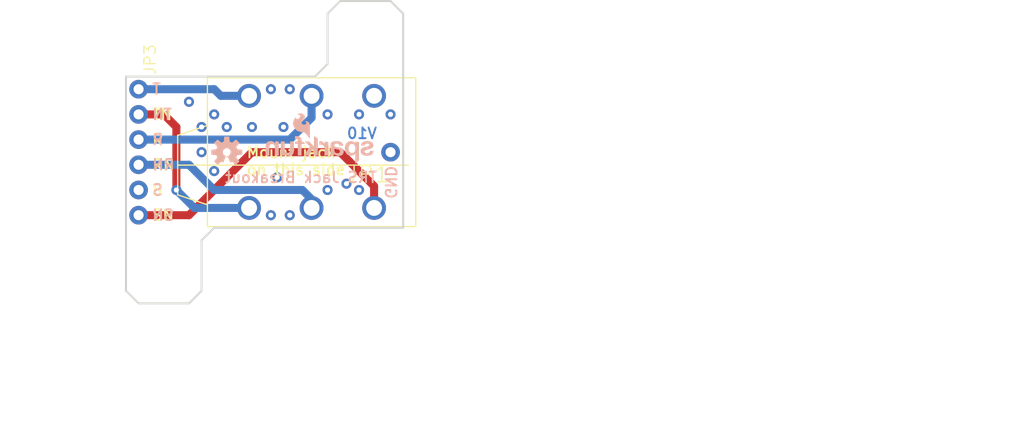
<source format=kicad_pcb>
(kicad_pcb (version 20211014) (generator pcbnew)
  (layers (0 "F.Cu" signal) (31 "B.Cu" signal) (34 "B.Paste" user) (35 "F.Paste" user) (36 "B.SilkS" user "B.Silkscreen") (37 "F.SilkS" user "F.Silkscreen") (38 "B.Mask" user) (39 "F.Mask" user) (44 "Edge.Cuts" user))
  (net 0 "")
  (net 1 "N$1")
  (net 2 "N$2")
  (net 3 "N$3")
  (net 4 "N$4")
  (net 5 "N$6")
  (net 6 "GND")
  (footprint "" (layer "F.Cu") (at 135.1661 112.8776)
    (fp_text reference "@HOLE1" hide)
    (fp_text value "" (at 0 0) (layer "F.SilkS") (effects (font (size 1.27 1.27))))
    (pad "" np_thru_hole circle (at 0 0) (size 0.381 0.381) (drill 0.381) (layers *.Cu *.Mask))
  )
  (footprint "" (layer "F.Cu") (at 161.2011 97.1296)
    (fp_text reference "@HOLE25" hide)
    (fp_text value "" (at 0 0) (layer "F.SilkS") (effects (font (size 1.27 1.27))))
    (pad "" np_thru_hole circle (at 0 0) (size 0.381 0.381) (drill 0.381) (layers *.Cu *.Mask))
  )
  (footprint "" (layer "F.Cu") (at 138.3411 112.8776)
    (fp_text reference "@HOLE9" hide)
    (fp_text value "" (at 0 0) (layer "F.SilkS") (effects (font (size 1.27 1.27))))
    (pad "" np_thru_hole circle (at 0 0) (size 0.381 0.381) (drill 0.381) (layers *.Cu *.Mask))
  )
  (footprint "" (layer "F.Cu") (at 142.1511 112.8776)
    (fp_text reference "@HOLE12" hide)
    (fp_text value "" (at 0 0) (layer "F.SilkS") (effects (font (size 1.27 1.27))))
    (pad "" np_thru_hole circle (at 0 0) (size 0.381 0.381) (drill 0.381) (layers *.Cu *.Mask))
  )
  (footprint "" (layer "F.Cu") (at 154.8511 97.1296)
    (fp_text reference "@HOLE20" hide)
    (fp_text value "" (at 0 0) (layer "F.SilkS") (effects (font (size 1.27 1.27))))
    (pad "" np_thru_hole circle (at 0 0) (size 0.381 0.381) (drill 0.381) (layers *.Cu *.Mask))
  )
  (footprint "" (layer "F.Cu") (at 157.3911 97.1296)
    (fp_text reference "@HOLE22" hide)
    (fp_text value "" (at 0 0) (layer "F.SilkS") (effects (font (size 1.27 1.27))))
    (pad "" np_thru_hole circle (at 0 0) (size 0.381 0.381) (drill 0.381) (layers *.Cu *.Mask))
  )
  (footprint "" (layer "F.Cu") (at 156.1211 97.1296)
    (fp_text reference "@HOLE21" hide)
    (fp_text value "" (at 0 0) (layer "F.SilkS") (effects (font (size 1.27 1.27))))
    (pad "" np_thru_hole circle (at 0 0) (size 0.381 0.381) (drill 0.381) (layers *.Cu *.Mask))
  )
  (footprint "boardEagle:STAND-OFF" (layer "F.Cu") (at 158.6611 93.5736)
    (fp_text reference "STANDOFF1" hide)
    (fp_text value "STAND-OFF" hide)
    (pad "" np_thru_hole circle (at 0 0) (size 3.302 3.302) (drill 3.302) (layers *.Cu *.Mask))
  )
  (footprint "" (layer "F.Cu") (at 161.8361 97.1296)
    (fp_text reference "@HOLE19" hide)
    (fp_text value "" (at 0 0) (layer "F.SilkS") (effects (font (size 1.27 1.27))))
    (pad "" np_thru_hole circle (at 0 0) (size 0.381 0.381) (drill 0.381) (layers *.Cu *.Mask))
  )
  (footprint "" (layer "F.Cu") (at 155.4861 97.1296)
    (fp_text reference "@HOLE13" hide)
    (fp_text value "" (at 0 0) (layer "F.SilkS") (effects (font (size 1.27 1.27))))
    (pad "" np_thru_hole circle (at 0 0) (size 0.381 0.381) (drill 0.381) (layers *.Cu *.Mask))
  )
  (footprint "" (layer "F.Cu") (at 159.2961 97.1296)
    (fp_text reference "@HOLE18" hide)
    (fp_text value "" (at 0 0) (layer "F.SilkS") (effects (font (size 1.27 1.27))))
    (pad "" np_thru_hole circle (at 0 0) (size 0.381 0.381) (drill 0.381) (layers *.Cu *.Mask))
  )
  (footprint "" (layer "F.Cu") (at 140.8811 112.8776)
    (fp_text reference "@HOLE11" hide)
    (fp_text value "" (at 0 0) (layer "F.SilkS") (effects (font (size 1.27 1.27))))
    (pad "" np_thru_hole circle (at 0 0) (size 0.381 0.381) (drill 0.381) (layers *.Cu *.Mask))
  )
  (footprint "" (layer "F.Cu") (at 160.5661 97.1296)
    (fp_text reference "@HOLE17" hide)
    (fp_text value "" (at 0 0) (layer "F.SilkS") (effects (font (size 1.27 1.27))))
    (pad "" np_thru_hole circle (at 0 0) (size 0.381 0.381) (drill 0.381) (layers *.Cu *.Mask))
  )
  (footprint "" (layer "F.Cu") (at 137.7061 112.8776)
    (fp_text reference "@HOLE2" hide)
    (fp_text value "" (at 0 0) (layer "F.SilkS") (effects (font (size 1.27 1.27))))
    (pad "" np_thru_hole circle (at 0 0) (size 0.381 0.381) (drill 0.381) (layers *.Cu *.Mask))
  )
  (footprint "" (layer "F.Cu") (at 141.5161 112.8776)
    (fp_text reference "@HOLE4" hide)
    (fp_text value "" (at 0 0) (layer "F.SilkS") (effects (font (size 1.27 1.27))))
    (pad "" np_thru_hole circle (at 0 0) (size 0.381 0.381) (drill 0.381) (layers *.Cu *.Mask))
  )
  (footprint "" (layer "F.Cu") (at 139.6111 112.8776)
    (fp_text reference "@HOLE10" hide)
    (fp_text value "" (at 0 0) (layer "F.SilkS") (effects (font (size 1.27 1.27))))
    (pad "" np_thru_hole circle (at 0 0) (size 0.381 0.381) (drill 0.381) (layers *.Cu *.Mask))
  )
  (footprint "boardEagle:1X01NS" (layer "F.Cu") (at 161.2011 105.0036)
    (fp_text reference "JP2" hide)
    (fp_text value "M01SMDNS" hide)
    (pad "1" thru_hole circle (at 0 0 90) (size 1.8796 1.8796) (drill 1.016) (layers *.Cu *.Mask) (net 6 "GND"))
  )
  (footprint "" (layer "F.Cu") (at 159.9311 97.1296)
    (fp_text reference "@HOLE24" hide)
    (fp_text value "" (at 0 0) (layer "F.SilkS") (effects (font (size 1.27 1.27))))
    (pad "" np_thru_hole circle (at 0 0) (size 0.381 0.381) (drill 0.381) (layers *.Cu *.Mask))
  )
  (footprint "" (layer "F.Cu") (at 154.2161 97.1296)
    (fp_text reference "@HOLE14" hide)
    (fp_text value "" (at 0 0) (layer "F.SilkS") (effects (font (size 1.27 1.27))))
    (pad "" np_thru_hole circle (at 0 0) (size 0.381 0.381) (drill 0.381) (layers *.Cu *.Mask))
  )
  (footprint "" (layer "F.Cu") (at 142.7861 112.8776)
    (fp_text reference "@HOLE6" hide)
    (fp_text value "" (at 0 0) (layer "F.SilkS") (effects (font (size 1.27 1.27))))
    (pad "" np_thru_hole circle (at 0 0) (size 0.381 0.381) (drill 0.381) (layers *.Cu *.Mask))
  )
  (footprint "" (layer "F.Cu") (at 158.6611 97.1296)
    (fp_text reference "@HOLE23" hide)
    (fp_text value "" (at 0 0) (layer "F.SilkS") (effects (font (size 1.27 1.27))))
    (pad "" np_thru_hole circle (at 0 0) (size 0.381 0.381) (drill 0.381) (layers *.Cu *.Mask))
  )
  (footprint "boardEagle:AUDIO-JACK-.25-INCH-HORIZ-PTH" (layer "F.Cu") (at 163.7411 106.2736 180)
    (fp_text reference "JP1" (at 2.54 0 180) (layer "F.SilkS") (effects (font (size 1.63576 1.63576) (thickness 0.14224)) (justify right top)))
    (fp_text value "AUDIO-JACK4-.25-HORIZ-TRS")
    (fp_line (start 21 -6.23) (end 0 -6.23) (layer "F.SilkS") (width 0.127))
    (fp_line (start 21 8.77) (end 21 3.97) (layer "F.SilkS") (width 0.127))
    (fp_line (start 21 -4.03) (end 21 -6.23) (layer "F.SilkS") (width 0.127))
    (fp_line (start 24 2.97) (end 21 3.97) (layer "F.SilkS") (width 0.127))
    (fp_line (start 24 -3.03) (end 21 -4.03) (layer "F.SilkS") (width 0.127))
    (fp_line (start 0 8.77) (end 21 8.77) (layer "F.SilkS") (width 0.127))
    (fp_line (start 0 -6.23) (end 0 8.77) (layer "F.SilkS") (width 0.127))
    (fp_line (start 21 3.97) (end 21 -4.03) (layer "F.SilkS") (width 0.127))
    (fp_line (start 0.73 -0.03) (end 24 -0.03) (layer "F.SilkS") (width 0.127))
    (fp_line (start 24 -0.03) (end 24 2.97) (layer "F.SilkS") (width 0.127))
    (fp_line (start 24 -0.03) (end 24 -3.03) (layer "F.SilkS") (width 0.127))
    (pad "" np_thru_hole circle (at 7.4 -4 180) (size 2.2 2.2) (drill 2.2) (layers *.Cu *.Mask))
    (pad "" np_thru_hole circle (at 7.4 6.6 180) (size 2.2 2.2) (drill 2.2) (layers *.Cu *.Mask))
    (pad "RING" thru_hole circle (at 10.5 6.95 180) (size 2.4 2.4) (drill 1.6) (layers *.Cu *.Mask) (net 3 "N$3"))
    (pad "RING-NORM" thru_hole circle (at 10.5 -4.35 180) (size 2.4 2.4) (drill 1.6) (layers *.Cu *.Mask) (net 4 "N$4"))
    (pad "SLEEVE" thru_hole circle (at 4.2 6.95 180) (size 2.4 2.4) (drill 1.6) (layers *.Cu *.Mask) (net 6 "GND"))
    (pad "SLEEVE-NORM" thru_hole circle (at 4.2 -4.35 180) (size 2.4 2.4) (drill 1.6) (layers *.Cu *.Mask) (net 5 "N$6"))
    (pad "TIP" thru_hole circle (at 16.8 6.95 180) (size 2.4 2.4) (drill 1.6) (layers *.Cu *.Mask) (net 1 "N$1"))
    (pad "TIP-NORM" thru_hole circle (at 16.8 -4.35 180) (size 2.4 2.4) (drill 1.6) (layers *.Cu *.Mask) (net 2 "N$2"))
  )
  (footprint "" (layer "F.Cu") (at 140.2461 112.8776)
    (fp_text reference "@HOLE5" hide)
    (fp_text value "" (at 0 0) (layer "F.SilkS") (effects (font (size 1.27 1.27))))
    (pad "" np_thru_hole circle (at 0 0) (size 0.381 0.381) (drill 0.381) (layers *.Cu *.Mask))
  )
  (footprint "boardEagle:STAND-OFF" (layer "F.Cu") (at 138.3411 116.4336)
    (fp_text reference "STANDOFF2" hide)
    (fp_text value "STAND-OFF" hide)
    (pad "" np_thru_hole circle (at 0 0) (size 3.302 3.302) (drill 3.302) (layers *.Cu *.Mask))
  )
  (footprint "" (layer "F.Cu") (at 136.4361 112.8776)
    (fp_text reference "@HOLE0" hide)
    (fp_text value "" (at 0 0) (layer "F.SilkS") (effects (font (size 1.27 1.27))))
    (pad "" np_thru_hole circle (at 0 0) (size 0.381 0.381) (drill 0.381) (layers *.Cu *.Mask))
  )
  (footprint "" (layer "F.Cu") (at 137.0711 112.8776)
    (fp_text reference "@HOLE8" hide)
    (fp_text value "" (at 0 0) (layer "F.SilkS") (effects (font (size 1.27 1.27))))
    (pad "" np_thru_hole circle (at 0 0) (size 0.381 0.381) (drill 0.381) (layers *.Cu *.Mask))
  )
  (footprint "" (layer "F.Cu") (at 156.7561 97.1296)
    (fp_text reference "@HOLE15" hide)
    (fp_text value "" (at 0 0) (layer "F.SilkS") (effects (font (size 1.27 1.27))))
    (pad "" np_thru_hole circle (at 0 0) (size 0.381 0.381) (drill 0.381) (layers *.Cu *.Mask))
  )
  (footprint "boardEagle:CREATIVE_COMMONS" (layer "F.Cu") (at 142.1511 132.9436)
    (fp_text reference "FRAME1" hide)
    (fp_text value "FRAME-LETTER" hide)
  )
  (footprint "" (layer "F.Cu") (at 138.9761 112.8776)
    (fp_text reference "@HOLE3" hide)
    (fp_text value "" (at 0 0) (layer "F.SilkS") (effects (font (size 1.27 1.27))))
    (pad "" np_thru_hole circle (at 0 0) (size 0.381 0.381) (drill 0.381) (layers *.Cu *.Mask))
  )
  (footprint "" (layer "F.Cu") (at 158.0261 97.1296)
    (fp_text reference "@HOLE16" hide)
    (fp_text value "" (at 0 0) (layer "F.SilkS") (effects (font (size 1.27 1.27))))
    (pad "" np_thru_hole circle (at 0 0) (size 0.381 0.381) (drill 0.381) (layers *.Cu *.Mask))
  )
  (footprint "boardEagle:1X06_NO_SILK" (layer "F.Cu") (at 135.8011 98.6536 -90)
    (fp_text reference "JP3" (at -1.3462 -1.8288 -90) (layer "F.SilkS") (effects (font (size 1.143 1.143) (thickness 0.127)) (justify left bottom)))
    (fp_text value "HDR")
    (pad "1" thru_hole circle (at 0 0) (size 1.8796 1.8796) (drill 1.016) (layers *.Cu *.Mask) (net 1 "N$1"))
    (pad "2" thru_hole circle (at 2.54 0) (size 1.8796 1.8796) (drill 1.016) (layers *.Cu *.Mask) (net 2 "N$2"))
    (pad "3" thru_hole circle (at 5.08 0) (size 1.8796 1.8796) (drill 1.016) (layers *.Cu *.Mask) (net 3 "N$3"))
    (pad "4" thru_hole circle (at 7.62 0) (size 1.8796 1.8796) (drill 1.016) (layers *.Cu *.Mask) (net 4 "N$4"))
    (pad "5" thru_hole circle (at 10.16 0) (size 1.8796 1.8796) (drill 1.016) (layers *.Cu *.Mask) (net 6 "GND"))
    (pad "6" thru_hole circle (at 12.7 0) (size 1.8796 1.8796) (drill 1.016) (layers *.Cu *.Mask) (net 5 "N$6"))
  )
  (footprint "" (layer "F.Cu") (at 135.8011 112.8776)
    (fp_text reference "@HOLE7" hide)
    (fp_text value "" (at 0 0) (layer "F.SilkS") (effects (font (size 1.27 1.27))))
    (pad "" np_thru_hole circle (at 0 0) (size 0.381 0.381) (drill 0.381) (layers *.Cu *.Mask))
  )
  (footprint "boardEagle:SFE_LOGO_NAME_FLAME_.1" (layer "B.Cu") (at 159.9311 106.2736 180)
    (fp_text reference "LOGO1" hide)
    (fp_text value "SFE_LOGO_NAME_FLAME.1_INCH" hide)
    (fp_poly (pts (xy 8.85 1.56) (xy 8.87 1.4) (xy 8.88 1.34) (xy 8.94 1.26) (xy 8.99 1.23) (xy 9.04 1.22) (xy 9.1 1.21) (xy 9.18 1.22) (xy 9.24 1.23) (xy 9.29 1.26) (xy 9.33 1.3) (xy 9.36 1.36) (xy 9.39 1.43) (xy 9.4 1.51) (xy 9.4 2.36) (xy 9.79 2.36) (xy 9.79 0.94) (xy 9.42 0.94) (xy 9.42 1.14) (xy 9.41 1.14) (xy 9.37 1.08) (xy 9.33 1.03) (xy 9.28 0.99) (xy 9.22 0.96) (xy 9.17 0.94) (xy 9.11 0.92) (xy 9.04 0.91) (xy 8.98 0.9) (xy 8.84 0.91) (xy 8.73 0.95) (xy 8.64 1) (xy 8.57 1.06) (xy 8.52 1.15) (xy 8.49 1.25) (xy 8.47 1.36) (xy 8.47 2.36) (xy 8.85 2.36)) (layer "B.SilkS") (width 0) (fill solid))
    (fp_poly (pts (xy 7.95 5.16) (xy 8.03 5.13) (xy 8.09 5.1) (xy 8.13 5.07) (xy 8.14 5.06) (xy 8.11 5.06) (xy 8.08 5.07) (xy 8.05 5.07) (xy 8.01 5.06) (xy 7.96 5.05) (xy 7.92 5.03) (xy 7.88 5) (xy 7.86 4.97) (xy 7.85 4.94) (xy 7.84 4.92) (xy 7.83 4.89) (xy 7.84 4.86) (xy 7.85 4.82) (xy 7.87 4.79) (xy 7.89 4.75) (xy 7.92 4.72) (xy 7.95 4.7) (xy 7.99 4.67) (xy 8.02 4.65) (xy 8.1 4.61) (xy 8.17 4.61) (xy 8.2 4.62) (xy 8.23 4.64) (xy 8.25 4.7) (xy 8.25 4.78) (xy 8.33 4.74) (xy 8.41 4.65) (xy 8.48 4.53) (xy 8.53 4.39) (xy 8.56 4.23) (xy 8.55 4.05) (xy 8.5 3.87) (xy 8.4 3.69) (xy 8.33 3.6) (xy 8.25 3.52) (xy 8.17 3.45) (xy 8.07 3.39) (xy 7.97 3.35) (xy 7.86 3.32) (xy 7.74 3.3) (xy 7.55 3.3) (xy 7.49 3.29) (xy 7.44 3.26) (xy 7.34 3.18) (xy 7.29 3.12) (xy 7.16 2.99) (xy 7.11 2.92) (xy 7.05 2.86) (xy 7 2.8) (xy 6.95 2.75) (xy 6.92 2.71) (xy 6.89 2.68) (xy 6.87 2.65) (xy 6.86 2.65) (xy 6.86 3.93) (xy 6.88 4.11) (xy 6.9 4.17) (xy 6.93 4.23) (xy 6.96 4.28) (xy 7.01 4.31) (xy 7.05 4.34) (xy 7.15 4.38) (xy 7.21 4.39) (xy 7.29 4.39) (xy 7.33 4.38) (xy 7.35 4.38) (xy 7.37 4.37) (xy 7.36 4.36) (xy 7.32 4.34) (xy 7.29 4.33) (xy 7.25 4.29) (xy 7.23 4.26) (xy 7.22 4.23) (xy 7.22 4.2) (xy 7.23 4.17) (xy 7.25 4.13) (xy 7.28 4.1) (xy 7.31 4.08) (xy 7.36 4.06) (xy 7.41 4.05) (xy 7.49 4.05) (xy 7.57 4.07) (xy 7.63 4.11) (xy 7.67 4.16) (xy 7.69 4.22) (xy 7.69 4.29) (xy 7.66 4.36) (xy 7.59 4.44) (xy 7.51 4.53) (xy 7.44 4.61) (xy 7.39 4.7) (xy 7.37 4.79) (xy 7.37 4.87) (xy 7.4 4.96) (xy 7.45 5.03) (xy 7.54 5.11) (xy 7.65 5.17) (xy 7.76 5.19) (xy 7.86 5.19)) (layer "B.SilkS") (width 0) (fill solid))
    (fp_poly (pts (xy 3.34 1.63) (xy 3.33 1.49) (xy 3.3 1.36) (xy 3.25 1.24) (xy 2.91 1.4) (xy 2.94 1.48) (xy 2.95 1.56) (xy 2.95 1.64)) (layer "B.SilkS") (width 0) (fill solid))
    (fp_poly (pts (xy 10.95 2.38) (xy 11.06 2.35) (xy 11.15 2.3) (xy 11.22 2.23) (xy 11.27 2.15) (xy 11.3 2.05) (xy 11.32 1.94) (xy 11.33 1.81) (xy 11.33 0.94) (xy 10.94 0.94) (xy 10.94 1.74) (xy 10.93 1.82) (xy 10.92 1.89) (xy 10.91 1.95) (xy 10.88 2) (xy 10.85 2.04) (xy 10.8 2.07) (xy 10.75 2.08) (xy 10.69 2.09) (xy 10.61 2.08) (xy 10.55 2.07) (xy 10.5 2.04) (xy 10.46 1.99) (xy 10.43 1.94) (xy 10.4 1.87) (xy 10.39 1.78) (xy 10.39 0.94) (xy 10 0.94) (xy 10 2.36) (xy 10.37 2.36) (xy 10.37 2.16) (xy 10.38 2.16) (xy 10.42 2.22) (xy 10.46 2.26) (xy 10.51 2.3) (xy 10.57 2.34) (xy 10.69 2.38) (xy 10.75 2.39) (xy 10.81 2.39)) (layer "B.SilkS") (width 0) (fill solid))
    (fp_poly (pts (xy 5.9 2.38) (xy 5.91 2.38) (xy 5.91 2.02) (xy 5.9 2.02) (xy 5.88 2.03) (xy 5.77 2.03) (xy 5.67 2.02) (xy 5.59 2) (xy 5.52 1.96) (xy 5.47 1.9) (xy 5.43 1.83) (xy 5.41 1.76) (xy 5.39 1.67) (xy 5.39 0.94) (xy 5 0.94) (xy 5 2.29) (xy 5.05 2.3) (xy 5.09 2.31) (xy 5.14 2.31) (xy 5.19 2.32) (xy 5.23 2.33) (xy 5.33 2.35) (xy 5.37 2.36) (xy 5.37 2.09) (xy 5.41 2.16) (xy 5.45 2.21) (xy 5.5 2.27) (xy 5.55 2.31) (xy 5.62 2.35) (xy 5.68 2.37) (xy 5.75 2.39) (xy 5.89 2.39)) (layer "B.SilkS") (width 0) (fill solid))
    (fp_poly (pts (xy 1.31 2.37) (xy 1.41 2.34) (xy 1.5 2.3) (xy 1.58 2.24) (xy 1.64 2.16) (xy 1.69 2.06) (xy 1.71 1.94) (xy 1.34 1.94) (xy 1.33 1.99) (xy 1.31 2.04) (xy 1.29 2.07) (xy 1.26 2.09) (xy 1.22 2.11) (xy 1.17 2.13) (xy 1 2.13) (xy 0.97 2.12) (xy 0.93 2.11) (xy 0.9 2.1) (xy 0.86 2.04) (xy 0.86 2) (xy 0.87 1.96) (xy 0.9 1.92) (xy 0.94 1.89) (xy 1 1.86) (xy 1.06 1.84) (xy 1.14 1.83) (xy 1.38 1.77) (xy 1.47 1.75) (xy 1.61 1.67) (xy 1.67 1.62) (xy 1.71 1.56) (xy 1.74 1.49) (xy 1.75 1.4) (xy 1.73 1.27) (xy 1.69 1.16) (xy 1.63 1.08) (xy 1.55 1.01) (xy 1.45 0.96) (xy 1.34 0.93) (xy 1.22 0.91) (xy 1.1 0.9) (xy 0.98 0.91) (xy 0.86 0.93) (xy 0.75 0.96) (xy 0.65 1.01) (xy 0.57 1.08) (xy 0.5 1.17) (xy 0.46 1.27) (xy 0.44 1.4) (xy 0.81 1.4) (xy 0.81 1.34) (xy 0.83 1.29) (xy 0.86 1.25) (xy 0.94 1.19) (xy 1 1.18) (xy 1.05 1.17) (xy 1.11 1.16) (xy 1.15 1.17) (xy 1.19 1.17) (xy 1.23 1.18) (xy 1.27 1.2) (xy 1.31 1.23) (xy 1.34 1.26) (xy 1.36 1.34) (xy 1.35 1.38) (xy 1.33 1.42) (xy 1.29 1.45) (xy 1.24 1.48) (xy 1.18 1.5) (xy 1.02 1.54) (xy 0.92 1.56) (xy 0.83 1.58) (xy 0.75 1.61) (xy 0.68 1.64) (xy 0.61 1.68) (xy 0.55 1.72) (xy 0.51 1.78) (xy 0.48 1.85) (xy 0.47 1.94) (xy 0.48 2.06) (xy 0.52 2.16) (xy 0.59 2.24) (xy 0.66 2.3) (xy 0.76 2.35) (xy 0.86 2.37) (xy 0.97 2.39) (xy 1.2 2.39)) (layer "B.SilkS") (width 0) (fill solid))
    (fp_poly (pts (xy 2.85 2.38) (xy 2.99 2.33) (xy 3.1 2.26) (xy 3.19 2.16) (xy 3.26 2.05) (xy 3.3 1.92) (xy 3.33 1.78) (xy 3.34 1.63) (xy 2.95 1.64) (xy 2.95 1.73) (xy 2.94 1.81) (xy 2.91 1.89) (xy 2.88 1.96) (xy 2.83 2.02) (xy 2.77 2.06) (xy 2.7 2.09) (xy 2.61 2.1) (xy 2.53 2.09) (xy 2.45 2.06) (xy 2.4 2.02) (xy 2.35 1.96) (xy 2.32 1.89) (xy 2.29 1.81) (xy 2.28 1.73) (xy 2.28 1.56) (xy 2.32 1.4) (xy 2.35 1.33) (xy 2.4 1.28) (xy 2.46 1.23) (xy 2.53 1.21) (xy 2.62 1.2) (xy 2.7 1.21) (xy 2.78 1.23) (xy 2.84 1.28) (xy 2.88 1.33) (xy 2.91 1.4) (xy 3.25 1.24) (xy 3.19 1.13) (xy 3.1 1.04) (xy 2.99 0.96) (xy 2.87 0.92) (xy 2.72 0.9) (xy 2.54 0.93) (xy 2.48 0.96) (xy 2.38 1.02) (xy 2.3 1.12) (xy 2.29 1.12) (xy 2.29 0.1) (xy 2.2 0.19) (xy 2.05 0.31) (xy 1.96 0.4) (xy 1.91 0.44) (xy 1.91 2.29) (xy 1.95 2.3) (xy 2 2.31) (xy 2.05 2.31) (xy 2.09 2.32) (xy 2.14 2.33) (xy 2.18 2.34) (xy 2.28 2.36) (xy 2.28 2.18) (xy 2.32 2.23) (xy 2.36 2.27) (xy 2.41 2.31) (xy 2.51 2.37) (xy 2.63 2.39) (xy 2.7 2.39)) (layer "B.SilkS") (width 0) (fill solid))
    (fp_poly (pts (xy 4.32 2.38) (xy 4.38 2.38) (xy 4.43 2.37) (xy 4.48 2.35) (xy 4.53 2.34) (xy 4.58 2.32) (xy 4.7 2.23) (xy 4.73 2.19) (xy 4.75 2.15) (xy 4.77 2.1) (xy 4.78 2.05) (xy 4.78 1.18) (xy 4.79 1.16) (xy 4.79 1.07) (xy 4.8 1.05) (xy 4.8 1.03) (xy 4.81 1.01) (xy 4.81 0.98) (xy 4.82 0.96) (xy 4.83 0.95) (xy 4.83 0.94) (xy 4.44 0.94) (xy 4.44 0.95) (xy 4.43 0.96) (xy 4.43 0.97) (xy 4.42 0.98) (xy 4.42 1.01) (xy 4.41 1.02) (xy 4.41 1.08) (xy 4.39 1.05) (xy 4.36 1.03) (xy 4.34 1.01) (xy 4.31 0.99) (xy 4.28 0.98) (xy 4.25 0.96) (xy 4.13 0.92) (xy 4.1 0.92) (xy 4.07 0.91) (xy 4.03 0.91) (xy 4 0.9) (xy 3.89 0.9) (xy 3.84 0.91) (xy 3.79 0.91) (xy 3.75 0.92) (xy 3.7 0.94) (xy 3.66 0.96) (xy 3.63 0.98) (xy 3.59 1) (xy 3.56 1.03) (xy 3.54 1.06) (xy 3.51 1.1) (xy 3.49 1.13) (xy 3.48 1.18) (xy 3.46 1.22) (xy 3.46 1.27) (xy 3.45 1.32) (xy 3.47 1.43) (xy 3.5 1.52) (xy 3.54 1.59) (xy 3.61 1.65) (xy 3.68 1.69) (xy 3.76 1.72) (xy 3.84 1.74) (xy 3.93 1.75) (xy 4.01 1.54) (xy 3.98 1.53) (xy 3.96 1.52) (xy 3.95 1.51) (xy 3.91 1.49) (xy 3.9 1.48) (xy 3.88 1.47) (xy 3.85 1.41) (xy 3.85 1.39) (xy 3.84 1.37) (xy 3.84 1.32) (xy 3.85 1.29) (xy 3.85 1.27) (xy 3.86 1.25) (xy 3.87 1.24) (xy 3.88 1.22) (xy 3.9 1.21) (xy 3.91 1.2) (xy 3.95 1.18) (xy 3.97 1.18) (xy 3.99 1.17) (xy 4.01 1.17) (xy 4.03 1.16) (xy 4.08 1.16) (xy 4.13 1.17) (xy 4.18 1.17) (xy 4.22 1.19) (xy 4.26 1.2) (xy 4.29 1.22) (xy 4.31 1.24) (xy 4.33 1.27) (xy 4.35 1.29) (xy 4.37 1.35) (xy 4.38 1.37) (xy 4.39 1.4) (xy 4.39 1.63) (xy 4.37 1.61) (xy 4.35 1.61) (xy 4.31 1.59) (xy 4.29 1.59) (xy 4.27 1.58) (xy 4.23 1.58) (xy 4.18 1.78) (xy 4.25 1.8) (xy 4.31 1.82) (xy 4.36 1.85) (xy 4.39 1.89) (xy 4.39 2) (xy 4.36 2.06) (xy 4.35 2.07) (xy 4.34 2.09) (xy 4.28 2.12) (xy 4.26 2.12) (xy 4.24 2.13) (xy 4.06 2.13) (xy 3.96 2.08) (xy 3.92 2.04) (xy 3.91 2.02) (xy 3.9 1.99) (xy 3.89 1.97) (xy 3.89 1.92) (xy 3.5 1.92) (xy 3.52 2.04) (xy 3.54 2.1) (xy 3.57 2.14) (xy 3.6 2.19) (xy 3.63 2.23) (xy 3.67 2.26) (xy 3.77 2.32) (xy 3.82 2.34) (xy 3.87 2.35) (xy 3.93 2.37) (xy 3.99 2.38) (xy 4.04 2.39) (xy 4.27 2.39)) (layer "B.SilkS") (width 0) (fill solid))
    (fp_poly (pts (xy 4.23 1.58) (xy 4.21 1.57) (xy 4.19 1.57) (xy 4.16 1.56) (xy 4.12 1.56) (xy 4.09 1.55) (xy 4.05 1.55) (xy 4.03 1.54) (xy 4.01 1.54) (xy 3.93 1.75) (xy 4.11 1.77) (xy 4.18 1.78)) (layer "B.SilkS") (width 0) (fill solid))
    (fp_poly (pts (xy 6.45 1.85) (xy 6.94 2.36) (xy 7.4 2.36) (xy 6.87 1.84) (xy 7.46 0.94) (xy 6.99 0.94) (xy 6.6 1.57) (xy 6.45 1.43) (xy 6.45 0.94) (xy 6.06 0.94) (xy 6.06 2.68) (xy 6.45 2.89)) (layer "B.SilkS") (width 0) (fill solid))
    (fp_poly (pts (xy 8.37 2.88) (xy 8.37 2.6) (xy 8.2 2.6) (xy 8.16 2.59) (xy 8.12 2.57) (xy 8.1 2.54) (xy 8.09 2.52) (xy 8.09 2.48) (xy 8.08 2.44) (xy 8.08 2.36) (xy 8.35 2.36) (xy 8.35 2.1) (xy 8.08 2.1) (xy 8.08 0.94) (xy 7.7 0.94) (xy 7.7 2.1) (xy 7.31 2.1) (xy 7.35 2.13) (xy 7.51 2.29) (xy 7.55 2.32) (xy 7.58 2.36) (xy 7.7 2.36) (xy 7.7 2.56) (xy 7.73 2.64) (xy 7.76 2.71) (xy 7.81 2.77) (xy 7.88 2.82) (xy 7.96 2.86) (xy 8.06 2.89) (xy 8.35 2.89)) (layer "B.SilkS") (width 0) (fill solid))
  )
  (footprint "boardEagle:OSHW-LOGO-S" (layer "B.Cu") (at 144.6911 105.0036 180)
    (fp_text reference "LOGO2" hide)
    (fp_text value "OSHW-LOGOS" hide)
    (fp_poly (pts (xy 0.301647 1.061351) (xy 0.42347 1.022344) (xy 0.537177 0.963769) (xy 0.92862 1.282946) (xy 1.282946 0.92862) (xy 0.961035 0.533823) (xy 1.057046 0.302084) (xy 1.5638 0.250561) (xy 1.5638 -0.250561) (xy 1.057046 -0.302084) (xy 0.961035 -0.533823) (xy 1.282946 -0.92862) (xy 0.92862 -1.282946) (xy 0.537177 -0.96377) (xy 0.356601 -1.056794) (xy 0.088679 -0.410073) (xy 0.326262 -0.2176) (xy 0.373649 -0.121468) (xy 0.392729 -0.010339) (xy 0.379464 0.101634) (xy 0.334947 0.205229) (xy 0.262842 0.291918) (xy 0.169087 0.354561) (xy 0.061406 0.387999) (xy -0.051342 0.38948) (xy -0.159868 0.358881) (xy -0.255234 0.298724) (xy -0.329589 0.213962) (xy -0.376813 0.111569) (xy -0.392176 0.005767) (xy -0.322923 -0.222565) (xy -0.249312 -0.303773) (xy 0.091677 -0.5081) (xy -0.12929 -0.5081) (xy -0.355332 -1.053732) (xy -0.506597 -0.983577) (xy -0.538922 -0.965192) (xy -0.92862 -1.282946) (xy -1.282946 -0.92862) (xy -0.961035 -0.533823) (xy -1.057046 -0.302084) (xy -1.5638 -0.250561) (xy -1.5638 0.250561) (xy -1.057046 0.302084) (xy -0.961035 0.533823) (xy -1.282946 0.92862) (xy -0.92862 1.282946) (xy -0.533823 0.961035) (xy -0.302084 1.057046) (xy -0.250561 1.5638) (xy 0.250561 1.5638)) (layer "B.SilkS") (width 0) (fill solid))
  )
  (gr_line (start 134.5311 97.3836) (end 134.5311 118.9736) (layer "Edge.Cuts") (width 0.2032))
  (gr_line (start 156.1211 89.7636) (end 154.8511 91.0336) (layer "Edge.Cuts") (width 0.2032))
  (gr_line (start 153.5811 97.3836) (end 134.5311 97.3836) (layer "Edge.Cuts") (width 0.2032))
  (gr_line (start 142.1511 118.9736) (end 142.1511 113.8936) (layer "Edge.Cuts") (width 0.2032))
  (gr_line (start 162.4711 91.0336) (end 161.2011 89.7636) (layer "Edge.Cuts") (width 0.2032))
  (gr_line (start 143.4211 112.6236) (end 162.4711 112.6236) (layer "Edge.Cuts") (width 0.2032))
  (gr_line (start 154.8511 91.0336) (end 154.8511 96.1136) (layer "Edge.Cuts") (width 0.2032))
  (gr_line (start 154.8511 96.1136) (end 153.5811 97.3836) (layer "Edge.Cuts") (width 0.2032))
  (gr_line (start 161.2011 89.7636) (end 156.1211 89.7636) (layer "Edge.Cuts") (width 0.2032))
  (gr_line (start 140.8811 120.2436) (end 142.1511 118.9736) (layer "Edge.Cuts") (width 0.2032))
  (gr_line (start 134.5311 118.9736) (end 135.8011 120.2436) (layer "Edge.Cuts") (width 0.2032))
  (gr_line (start 135.8011 120.2436) (end 140.8811 120.2436) (layer "Edge.Cuts") (width 0.2032))
  (gr_line (start 142.1511 113.8936) (end 143.4211 112.6236) (layer "Edge.Cuts") (width 0.2032))
  (gr_line (start 162.4711 112.6236) (end 162.4711 91.0336) (layer "Edge.Cuts") (width 0.2032))
  (gr_text "V10" (at 159.9311 103.7336) (layer "B.Cu") (effects (font (size 1.0795 1.0795) (thickness 0.1905)) (justify left bottom mirror)))
  (gr_text "TRS Jack Breakout" (at 159.9311 107.5436) (layer "B.SilkS") (effects (font (size 1.0795 1.0795) (thickness 0.1905)) (justify left mirror)))
  (gr_text "S" (at 137.0711 108.8136) (layer "B.SilkS") (effects (font (size 1.0795 1.0795) (thickness 0.1905)) (justify right mirror)))
  (gr_text "SN" (at 137.0711 111.3536) (layer "B.SilkS") (effects (font (size 1.0795 1.0795) (thickness 0.1905)) (justify right mirror)))
  (gr_text "TN" (at 137.0711 101.1936) (layer "B.SilkS") (effects (font (size 1.0795 1.0795) (thickness 0.1905)) (justify right mirror)))
  (gr_text "R" (at 137.0711 103.7336) (layer "B.SilkS") (effects (font (size 1.0795 1.0795) (thickness 0.1905)) (justify right mirror)))
  (gr_text "RN" (at 137.0711 106.2736) (layer "B.SilkS") (effects (font (size 1.0795 1.0795) (thickness 0.1905)) (justify right mirror)))
  (gr_text "T" (at 137.0711 98.6536) (layer "B.SilkS") (effects (font (size 1.0795 1.0795) (thickness 0.1905)) (justify right mirror)))
  (gr_text "GND" (at 161.2011 106.2736 -90) (layer "B.SilkS") (effects (font (size 1.0795 1.0795) (thickness 0.1905)) (justify right mirror)))
  (gr_text "T" (at 137.0711 98.6536) (layer "F.SilkS") (effects (font (size 1.0795 1.0795) (thickness 0.1905)) (justify left)))
  (gr_text "R" (at 137.0711 103.7336) (layer "F.SilkS") (effects (font (size 1.0795 1.0795) (thickness 0.1905)) (justify left)))
  (gr_text "Mount jack \non this side" (at 146.5961 105.8926) (layer "F.SilkS") (effects (font (size 1.0795 1.0795) (thickness 0.1905)) (justify left)))
  (gr_text "SN" (at 137.0711 111.3536) (layer "F.SilkS") (effects (font (size 1.0795 1.0795) (thickness 0.1905)) (justify left)))
  (gr_text "TN" (at 137.0711 101.1936) (layer "F.SilkS") (effects (font (size 1.0795 1.0795) (thickness 0.1905)) (justify left)))
  (gr_text "S" (at 137.0711 108.8136) (layer "F.SilkS") (effects (font (size 1.0795 1.0795) (thickness 0.1905)) (justify left)))
  (gr_text "RN" (at 137.0711 106.2736) (layer "F.SilkS") (effects (font (size 1.0795 1.0795) (thickness 0.1905)) (justify left)))
  (segment (start 144.0911 99.3236) (end 143.4211 98.6536) (width 0.8128) (layer "B.Cu") (net 1))
  (segment (start 143.4211 98.6536) (end 135.8011 98.6536) (width 0.8128) (layer "B.Cu") (net 1))
  (segment (start 146.9411 99.3236) (end 144.0911 99.3236) (width 0.8128) (layer "B.Cu") (net 1))
  (segment (start 139.6111 108.8136) (end 139.6111 102.4636) (width 0.8128) (layer "F.Cu") (net 2))
  (segment (start 139.6111 102.4636) (end 138.3411 101.1936) (width 0.8128) (layer "F.Cu") (net 2))
  (segment (start 138.3411 101.1936) (end 135.8011 101.1936) (width 0.8128) (layer "F.Cu") (net 2))
  (via (at 139.6111 108.8136) (size 1.016) (drill 0.508) (layers "F.Cu" "B.Cu") (net 2))
  (segment (start 141.4211 110.6236) (end 139.6111 108.8136) (width 0.8128) (layer "B.Cu") (net 2))
  (segment (start 146.9411 110.6236) (end 141.4211 110.6236) (width 0.8128) (layer "B.Cu") (net 2))
  (segment (start 153.2411 101.5336) (end 151.0411 103.7336) (width 0.8128) (layer "B.Cu") (net 3))
  (segment (start 151.0411 103.7336) (end 135.8011 103.7336) (width 0.8128) (layer "B.Cu") (net 3))
  (segment (start 153.2411 99.3236) (end 153.2411 101.5336) (width 0.8128) (layer "B.Cu") (net 3))
  (segment (start 135.8011 106.2736) (end 140.8811 106.2736) (width 0.8128) (layer "B.Cu") (net 4))
  (segment (start 143.4211 108.8136) (end 152.3111 108.8136) (width 0.8128) (layer "B.Cu") (net 4))
  (segment (start 153.2411 109.7436) (end 152.3111 108.8136) (width 0.8128) (layer "B.Cu") (net 4))
  (segment (start 140.8811 106.2736) (end 143.4211 108.8136) (width 0.8128) (layer "B.Cu") (net 4))
  (segment (start 153.2411 110.6236) (end 153.2411 109.7436) (width 0.8128) (layer "B.Cu") (net 4))
  (segment (start 140.8811 111.3536) (end 147.2311 105.0036) (width 0.8128) (layer "F.Cu") (net 5))
  (segment (start 147.2311 105.0036) (end 156.1211 105.0036) (width 0.8128) (layer "F.Cu") (net 5))
  (segment (start 159.5411 108.4236) (end 156.1211 105.0036) (width 0.8128) (layer "F.Cu") (net 5))
  (segment (start 159.5411 110.6236) (end 159.5411 108.4236) (width 0.8128) (layer "F.Cu") (net 5))
  (segment (start 135.8011 111.3536) (end 140.8811 111.3536) (width 0.8128) (layer "F.Cu") (net 5))
  (via (at 151.0411 98.6536) (size 1.016) (drill 0.508) (layers "F.Cu" "B.Cu") (net 6))
  (via (at 149.1361 98.6536) (size 1.016) (drill 0.508) (layers "F.Cu" "B.Cu") (net 6))
  (via (at 149.7711 107.5436) (size 1.016) (drill 0.508) (layers "F.Cu" "B.Cu") (net 6))
  (via (at 150.4061 102.4636) (size 1.016) (drill 0.508) (layers "F.Cu" "B.Cu") (net 6))
  (via (at 158.0261 108.8136) (size 1.016) (drill 0.508) (layers "F.Cu" "B.Cu") (net 6))
  (via (at 154.8511 101.1936) (size 1.016) (drill 0.508) (layers "F.Cu" "B.Cu") (net 6))
  (via (at 143.4211 101.1936) (size 1.016) (drill 0.508) (layers "F.Cu" "B.Cu") (net 6))
  (via (at 143.4211 106.9086) (size 1.016) (drill 0.508) (layers "F.Cu" "B.Cu") (net 6))
  (via (at 154.8511 108.8136) (size 1.016) (drill 0.508) (layers "F.Cu" "B.Cu") (net 6))
  (via (at 151.0411 111.3536) (size 1.016) (drill 0.508) (layers "F.Cu" "B.Cu") (net 6))
  (via (at 149.1361 111.3536) (size 1.016) (drill 0.508) (layers "F.Cu" "B.Cu") (net 6))
  (via (at 156.7561 108.1786) (size 1.016) (drill 0.508) (layers "F.Cu" "B.Cu") (net 6))
  (via (at 158.0261 101.1936) (size 1.016) (drill 0.508) (layers "F.Cu" "B.Cu") (net 6))
  (via (at 142.1511 102.4636) (size 1.016) (drill 0.508) (layers "F.Cu" "B.Cu") (net 6))
  (via (at 144.6911 102.4636) (size 1.016) (drill 0.508) (layers "F.Cu" "B.Cu") (net 6))
  (via (at 140.8811 99.9236) (size 1.016) (drill 0.508) (layers "F.Cu" "B.Cu") (net 6))
  (via (at 142.1511 105.0036) (size 1.016) (drill 0.508) (layers "F.Cu" "B.Cu") (net 6))
  (via (at 161.2011 101.1936) (size 1.016) (drill 0.508) (layers "F.Cu" "B.Cu") (net 6))
  (via (at 147.2311 102.4636) (size 1.016) (drill 0.508) (layers "F.Cu" "B.Cu") (net 6))
)
</source>
